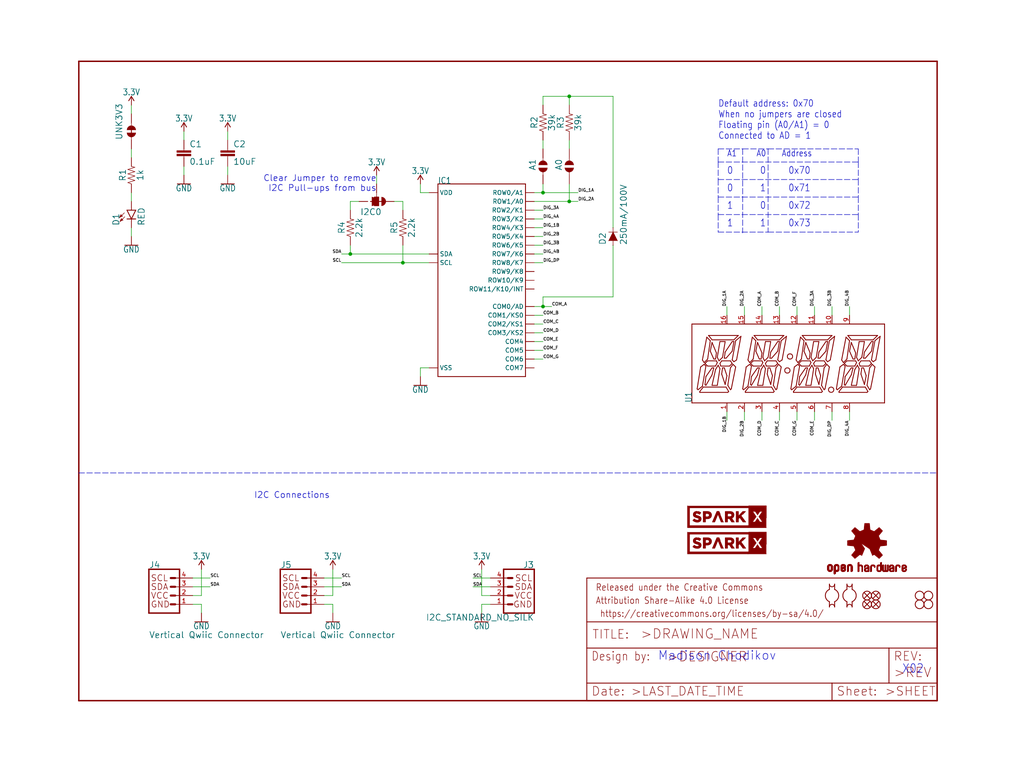
<source format=kicad_sch>
(kicad_sch (version 20211123) (generator eeschema)
  (paper "User" 297.002 223.926)
  (lib_symbols
    (symbol "eagleSchem-eagle-import:0.1UF-0603-25V-5%"
      (property "Reference" "C" (at 1.524 2.921 0))
      (property "Value" "0.1UF-0603-25V-5%" (at 1.524 -2.159 0))
      (symbol "0.1UF-0603-25V-5%_1_0"
        (pin passive line (at 0 5.08 270) (length 2.54) (name "1") (number "1"))
        (pin passive line (at 0 -2.54 90) (length 2.54) (name "2") (number "2"))
      )
    )
    (symbol "eagleSchem-eagle-import:10UF-0603-6.3V-20%"
      (property "Reference" "C" (at 1.524 2.921 0))
      (property "Value" "10UF-0603-6.3V-20%" (at 1.524 -2.159 0))
      (symbol "10UF-0603-6.3V-20%_1_0"
        (pin passive line (at 0 5.08 270) (length 2.54) (name "1") (number "1"))
        (pin passive line (at 0 -2.54 90) (length 2.54) (name "2") (number "2"))
      )
    )
    (symbol "eagleSchem-eagle-import:1KOHM-0603-1{slash}10W-1%"
      (property "Reference" "R" (at 0 1.524 0))
      (property "Value" "1KOHM-0603-1{slash}10W-1%" (at 0 -1.524 0))
      (symbol "1KOHM-0603-1{slash}10W-1%_1_0"
        (pin passive line (at -5.08 0 0) (length 2.54) (name "1") (number "1"))
        (pin passive line (at 5.08 0 180) (length 2.54) (name "2") (number "2"))
      )
    )
    (symbol "eagleSchem-eagle-import:2.2KOHM-0603-1{slash}10W-1%"
      (property "Reference" "R" (at 0 1.524 0))
      (property "Value" "2.2KOHM-0603-1{slash}10W-1%" (at 0 -1.524 0))
      (symbol "2.2KOHM-0603-1{slash}10W-1%_1_0"
        (pin passive line (at -5.08 0 0) (length 2.54) (name "1") (number "1"))
        (pin passive line (at 5.08 0 180) (length 2.54) (name "2") (number "2"))
      )
    )
    (symbol "eagleSchem-eagle-import:3.3V" (power)
      (property "Value" "3.3V" (at 0 2.794 0))
      (symbol "3.3V_1_0"
        (pin power_in line (at 0 0 90) (length 2.54) (name "3.3V") (number "1"))
      )
    )
    (symbol "eagleSchem-eagle-import:39KOHM-0603-1{slash}10W-1%"
      (property "Reference" "R" (at 0 1.524 0))
      (property "Value" "39KOHM-0603-1{slash}10W-1%" (at 0 -1.524 0))
      (symbol "39KOHM-0603-1{slash}10W-1%_1_0"
        (pin passive line (at -5.08 0 0) (length 2.54) (name "1") (number "1"))
        (pin passive line (at 5.08 0 180) (length 2.54) (name "2") (number "2"))
      )
    )
    (symbol "eagleSchem-eagle-import:DIODE-BAS16J"
      (property "Reference" "D" (at -2.54 2.032 0))
      (property "Value" "DIODE-BAS16J" (at -2.54 -2.032 0))
      (symbol "DIODE-BAS16J_1_0"
        (pin passive line (at -2.54 0 0) (length 0) (name "A") (number "A"))
        (pin passive line (at 2.54 0 180) (length 0) (name "C") (number "C"))
      )
    )
    (symbol "eagleSchem-eagle-import:FIDUCIAL1X2")
    (symbol "eagleSchem-eagle-import:FRAME-LETTER"
      (symbol "FRAME-LETTER_2_0"
        (text " https://creativecommons.org/licenses/by-sa/4.0/" (at 2.54 24.13 0) (effects (font (size 1.9304 1.6408)) (justify left bottom)))
        (text ">DESIGNER" (at 23.114 11.176 0) (effects (font (size 2.7432 2.7432)) (justify left bottom)))
        (text ">DRAWING_NAME" (at 15.494 17.78 0) (effects (font (size 2.7432 2.7432)) (justify left bottom)))
        (text ">LAST_DATE_TIME" (at 12.7 1.27 0) (effects (font (size 2.54 2.54)) (justify left bottom)))
        (text ">REV" (at 88.9 6.604 0) (effects (font (size 2.7432 2.7432)) (justify left bottom)))
        (text ">SHEET" (at 86.36 1.27 0) (effects (font (size 2.54 2.54)) (justify left bottom)))
        (text "Attribution Share-Alike 4.0 License" (at 2.54 27.94 0) (effects (font (size 1.9304 1.6408)) (justify left bottom)))
        (text "Date:" (at 1.27 1.27 0) (effects (font (size 2.54 2.54)) (justify left bottom)))
        (text "Design by:" (at 1.27 11.43 0) (effects (font (size 2.54 2.159)) (justify left bottom)))
        (text "Released under the Creative Commons" (at 2.54 31.75 0) (effects (font (size 1.9304 1.6408)) (justify left bottom)))
        (text "REV:" (at 88.9 11.43 0) (effects (font (size 2.54 2.54)) (justify left bottom)))
        (text "Sheet:" (at 72.39 1.27 0) (effects (font (size 2.54 2.54)) (justify left bottom)))
        (text "TITLE:" (at 1.524 17.78 0) (effects (font (size 2.54 2.54)) (justify left bottom)))
      )
    )
    (symbol "eagleSchem-eagle-import:GND" (power)
      (property "Value" "GND" (at 0 -0.254 0))
      (symbol "GND_1_0"
        (pin power_in line (at 0 2.54 270) (length 2.54) (name "GND") (number "1"))
      )
    )
    (symbol "eagleSchem-eagle-import:HT16K33"
      (property "Reference" "IC" (at -12.7 27.94 0))
      (property "Value" "HT16K33" (at -12.7 -30.48 0))
      (symbol "HT16K33_1_0"
        (pin bidirectional line (at -15.24 -25.4 0) (length 2.54) (name "VSS") (number "1"))
        (pin bidirectional line (at 15.24 -2.54 180) (length 2.54) (name "ROW11/K10/INT") (number "10"))
        (pin bidirectional line (at 15.24 0 180) (length 2.54) (name "ROW10/K9") (number "11"))
        (pin bidirectional line (at 15.24 2.54 180) (length 2.54) (name "ROW9/K8") (number "12"))
        (pin bidirectional line (at 15.24 5.08 180) (length 2.54) (name "ROW8/K7") (number "13"))
        (pin bidirectional line (at 15.24 7.62 180) (length 2.54) (name "ROW7/K6") (number "14"))
        (pin bidirectional line (at 15.24 10.16 180) (length 2.54) (name "ROW6/K5") (number "15"))
        (pin bidirectional line (at 15.24 12.7 180) (length 2.54) (name "ROW5/K4") (number "16"))
        (pin bidirectional line (at 15.24 15.24 180) (length 2.54) (name "ROW4/K3") (number "17"))
        (pin bidirectional line (at 15.24 17.78 180) (length 2.54) (name "ROW3/K2") (number "18"))
        (pin bidirectional line (at 15.24 20.32 180) (length 2.54) (name "ROW2/K1") (number "19"))
        (pin bidirectional line (at 15.24 -7.62 180) (length 2.54) (name "COM0/AD") (number "2"))
        (pin bidirectional line (at 15.24 22.86 180) (length 2.54) (name "ROW1/A0") (number "20"))
        (pin bidirectional line (at 15.24 25.4 180) (length 2.54) (name "ROW0/A1") (number "21"))
        (pin bidirectional line (at -15.24 5.08 0) (length 2.54) (name "SCL") (number "22"))
        (pin bidirectional line (at -15.24 7.62 0) (length 2.54) (name "SDA") (number "23"))
        (pin power_in line (at -15.24 25.4 0) (length 2.54) (name "VDD") (number "24"))
        (pin bidirectional line (at 15.24 -10.16 180) (length 2.54) (name "COM1/KS0") (number "3"))
        (pin bidirectional line (at 15.24 -12.7 180) (length 2.54) (name "COM2/KS1") (number "4"))
        (pin bidirectional line (at 15.24 -15.24 180) (length 2.54) (name "COM3/KS2") (number "5"))
        (pin bidirectional line (at 15.24 -17.78 180) (length 2.54) (name "COM4") (number "6"))
        (pin bidirectional line (at 15.24 -20.32 180) (length 2.54) (name "COM5") (number "7"))
        (pin bidirectional line (at 15.24 -22.86 180) (length 2.54) (name "COM6") (number "8"))
        (pin bidirectional line (at 15.24 -25.4 180) (length 2.54) (name "COM7") (number "9"))
      )
    )
    (symbol "eagleSchem-eagle-import:I2C_STANDARD_NO_SILK"
      (property "Reference" "J" (at -5.08 7.874 0))
      (property "Value" "I2C_STANDARD_NO_SILK" (at -5.08 -5.334 0))
      (symbol "I2C_STANDARD_NO_SILK_1_0"
        (text "GND" (at -4.572 -2.54 0) (effects (font (size 1.778 1.778)) (justify left)))
        (text "SCL" (at -4.572 5.08 0) (effects (font (size 1.778 1.778)) (justify left)))
        (text "SDA" (at -4.572 2.54 0) (effects (font (size 1.778 1.778)) (justify left)))
        (text "VCC" (at -4.572 0 0) (effects (font (size 1.778 1.778)) (justify left)))
        (pin power_in line (at 7.62 -2.54 180) (length 5.08) (name "1") (number "1"))
        (pin power_in line (at 7.62 0 180) (length 5.08) (name "2") (number "2"))
        (pin passive line (at 7.62 2.54 180) (length 5.08) (name "3") (number "3"))
        (pin passive line (at 7.62 5.08 180) (length 5.08) (name "4") (number "4"))
      )
    )
    (symbol "eagleSchem-eagle-import:JUMPER-SMT_2_NC_TRACE_SILK"
      (property "Reference" "JP" (at -2.54 2.54 0))
      (property "Value" "JUMPER-SMT_2_NC_TRACE_SILK" (at -2.54 -2.54 0))
      (symbol "JUMPER-SMT_2_NC_TRACE_SILK_1_0"
        (pin passive line (at -5.08 0 0) (length 2.54) (name "1") (number "1"))
        (pin passive line (at 5.08 0 180) (length 2.54) (name "2") (number "2"))
      )
    )
    (symbol "eagleSchem-eagle-import:JUMPER-SMT_2_NO_SILK"
      (property "Reference" "JP" (at -2.54 2.54 0))
      (property "Value" "JUMPER-SMT_2_NO_SILK" (at -2.54 -2.54 0))
      (symbol "JUMPER-SMT_2_NO_SILK_1_0"
        (pin passive line (at -5.08 0 0) (length 2.54) (name "1") (number "1"))
        (pin passive line (at 5.08 0 180) (length 2.54) (name "2") (number "2"))
      )
    )
    (symbol "eagleSchem-eagle-import:JUMPER-SMT_3_2-NC_TRACE_SILK"
      (property "Reference" "JP" (at 2.54 0.381 0))
      (property "Value" "JUMPER-SMT_3_2-NC_TRACE_SILK" (at 2.54 -0.381 0))
      (symbol "JUMPER-SMT_3_2-NC_TRACE_SILK_1_0"
        (pin passive line (at 0 5.08 270) (length 2.54) (name "1") (number "1"))
        (pin passive line (at -5.08 0 0) (length 2.54) (name "2") (number "2"))
        (pin passive line (at 0 -5.08 90) (length 2.54) (name "3") (number "3"))
      )
    )
    (symbol "eagleSchem-eagle-import:LED-RED0603"
      (property "Reference" "D" (at -3.429 -4.572 90))
      (property "Value" "LED-RED0603" (at 1.905 -4.572 90))
      (symbol "LED-RED0603_1_0"
        (pin passive line (at 0 2.54 270) (length 2.54) (name "A") (number "A"))
        (pin passive line (at 0 -5.08 90) (length 2.54) (name "C") (number "C"))
      )
    )
    (symbol "eagleSchem-eagle-import:MOUNTING_HOLE_M2-0.4X6")
    (symbol "eagleSchem-eagle-import:OSHW-LOGOMINI")
    (symbol "eagleSchem-eagle-import:QWIIC_CONNECTOR"
      (property "Reference" "J" (at -5.08 7.874 0))
      (property "Value" "QWIIC_CONNECTOR" (at -5.08 -5.334 0))
      (symbol "QWIIC_CONNECTOR_1_0"
        (text "GND" (at -4.572 -2.54 0) (effects (font (size 1.778 1.778)) (justify left)))
        (text "SCL" (at -4.572 5.08 0) (effects (font (size 1.778 1.778)) (justify left)))
        (text "SDA" (at -4.572 2.54 0) (effects (font (size 1.778 1.778)) (justify left)))
        (text "VCC" (at -4.572 0 0) (effects (font (size 1.778 1.778)) (justify left)))
        (pin power_in line (at 7.62 -2.54 180) (length 5.08) (name "1") (number "1"))
        (pin power_in line (at 7.62 0 180) (length 5.08) (name "2") (number "2"))
        (pin passive line (at 7.62 2.54 180) (length 5.08) (name "3") (number "3"))
        (pin passive line (at 7.62 5.08 180) (length 5.08) (name "4") (number "4"))
      )
    )
    (symbol "eagleSchem-eagle-import:SILSMART_DISPLAY"
      (property "Reference" "U" (at -27.94 -12.7 90))
      (property "Value" "SILSMART_DISPLAY" (at 30.48 -12.7 90))
      (symbol "SILSMART_DISPLAY_1_0"
        (pin bidirectional line (at -17.78 -15.24 90) (length 2.54) (name "DIG_1B") (number "1"))
        (pin bidirectional line (at 12.7 12.7 270) (length 2.54) (name "DIG_3B") (number "10"))
        (pin bidirectional line (at 7.62 12.7 270) (length 2.54) (name "DIG_3A") (number "11"))
        (pin bidirectional line (at 2.54 12.7 270) (length 2.54) (name "COM_F") (number "12"))
        (pin bidirectional line (at -2.54 12.7 270) (length 2.54) (name "COM_B") (number "13"))
        (pin bidirectional line (at -7.62 12.7 270) (length 2.54) (name "COM_A") (number "14"))
        (pin bidirectional line (at -12.7 12.7 270) (length 2.54) (name "DIG_2A") (number "15"))
        (pin bidirectional line (at -17.78 12.7 270) (length 2.54) (name "DIG_1A") (number "16"))
        (pin bidirectional line (at -12.7 -15.24 90) (length 2.54) (name "DIG_2B") (number "2"))
        (pin bidirectional line (at -7.62 -15.24 90) (length 2.54) (name "COM_D") (number "3"))
        (pin bidirectional line (at -2.54 -15.24 90) (length 2.54) (name "COM_C") (number "4"))
        (pin bidirectional line (at 2.54 -15.24 90) (length 2.54) (name "COM_G1") (number "5"))
        (pin bidirectional line (at 7.62 -15.24 90) (length 2.54) (name "COM_E") (number "6"))
        (pin bidirectional line (at 12.7 -15.24 90) (length 2.54) (name "DIG_DP") (number "7"))
        (pin bidirectional line (at 17.78 -15.24 90) (length 2.54) (name "DIG_4A") (number "8"))
        (pin bidirectional line (at 17.78 12.7 270) (length 2.54) (name "DIG_4B") (number "9"))
      )
    )
    (symbol "eagleSchem-eagle-import:SPARKX-LOGO4")
    (symbol "eagleSchem-eagle-import:STAND-OFF")
  )
  (junction (at 157.48 88.9))
  (junction (at 165.1 27.94))
  (junction (at 165.1 58.42))
  (junction (at 157.48 55.88))
  (junction (at 101.6 73.66))
  (junction (at 116.84 76.2))
  (polyline (pts (xy 208.28 52.07) (xy 248.92 52.07)))
  (wire (pts (xy 93.98 167.64) (xy 99.06 167.64)))
  (wire (pts (xy 154.94 76.2) (xy 157.48 76.2)))
  (wire (pts (xy 116.84 71.12) (xy 116.84 76.2)))
  (wire (pts (xy 246.38 119.38) (xy 246.38 121.92)))
  (wire (pts (xy 157.48 53.34) (xy 157.48 55.88)))
  (polyline (pts (xy 208.28 43.18) (xy 215.392 43.18)))
  (wire (pts (xy 142.24 175.26) (xy 139.7 175.26)))
  (wire (pts (xy 154.94 93.98) (xy 157.48 93.98)))
  (wire (pts (xy 154.94 91.44) (xy 157.48 91.44)))
  (wire (pts (xy 157.48 55.88) (xy 167.64 55.88)))
  (polyline (pts (xy 248.92 62.23) (xy 248.92 67.31)))
  (polyline (pts (xy 208.28 46.99) (xy 208.28 52.07)))
  (wire (pts (xy 165.1 58.42) (xy 165.1 53.34)))
  (polyline (pts (xy 248.92 57.15) (xy 248.92 62.23)))
  (wire (pts (xy 38.1 45.72) (xy 38.1 43.18)))
  (polyline (pts (xy 248.92 46.99) (xy 248.92 52.07)))
  (wire (pts (xy 157.48 88.9) (xy 157.48 86.106)))
  (wire (pts (xy 154.94 99.06) (xy 157.48 99.06)))
  (wire (pts (xy 246.38 91.44) (xy 246.38 88.9)))
  (polyline (pts (xy 208.28 62.23) (xy 208.28 67.31)))
  (wire (pts (xy 154.94 88.9) (xy 157.48 88.9)))
  (wire (pts (xy 154.94 60.96) (xy 157.48 60.96)))
  (wire (pts (xy 157.48 86.106) (xy 177.8 86.106)))
  (wire (pts (xy 101.6 71.12) (xy 101.6 73.66)))
  (wire (pts (xy 157.48 68.58) (xy 154.94 68.58)))
  (wire (pts (xy 55.88 175.26) (xy 58.42 175.26)))
  (wire (pts (xy 154.94 58.42) (xy 165.1 58.42)))
  (wire (pts (xy 231.14 119.38) (xy 231.14 121.92)))
  (polyline (pts (xy 208.28 67.31) (xy 222.758 67.31)))
  (wire (pts (xy 38.1 66.04) (xy 38.1 68.58)))
  (wire (pts (xy 177.8 86.106) (xy 177.8 71.12)))
  (wire (pts (xy 53.34 50.8) (xy 53.34 48.26)))
  (wire (pts (xy 165.1 27.94) (xy 165.1 30.48)))
  (wire (pts (xy 154.94 63.5) (xy 157.48 63.5)))
  (wire (pts (xy 121.92 55.88) (xy 124.46 55.88)))
  (polyline (pts (xy 208.28 46.99) (xy 248.92 46.99)))
  (wire (pts (xy 96.52 172.72) (xy 96.52 165.1)))
  (wire (pts (xy 157.48 88.9) (xy 160.02 88.9)))
  (wire (pts (xy 139.7 172.72) (xy 139.7 165.1)))
  (wire (pts (xy 154.94 96.52) (xy 157.48 96.52)))
  (wire (pts (xy 93.98 172.72) (xy 96.52 172.72)))
  (wire (pts (xy 142.24 170.18) (xy 137.16 170.18)))
  (wire (pts (xy 165.1 27.94) (xy 177.8 27.94)))
  (wire (pts (xy 38.1 55.88) (xy 38.1 58.42)))
  (wire (pts (xy 220.98 119.38) (xy 220.98 121.92)))
  (wire (pts (xy 236.22 91.44) (xy 236.22 88.9)))
  (wire (pts (xy 165.1 43.18) (xy 165.1 40.64)))
  (wire (pts (xy 139.7 175.26) (xy 139.7 177.8)))
  (polyline (pts (xy 208.28 57.15) (xy 208.28 62.23)))
  (wire (pts (xy 124.46 106.68) (xy 121.92 106.68)))
  (polyline (pts (xy 208.28 52.07) (xy 208.28 57.15)))
  (wire (pts (xy 93.98 175.26) (xy 96.52 175.26)))
  (wire (pts (xy 157.48 30.48) (xy 157.48 27.94)))
  (polyline (pts (xy 222.758 67.31) (xy 248.92 67.31)))
  (wire (pts (xy 215.9 91.44) (xy 215.9 88.9)))
  (polyline (pts (xy 222.758 43.18) (xy 248.92 43.18)))
  (wire (pts (xy 177.8 27.94) (xy 177.8 66.04)))
  (polyline (pts (xy 208.28 57.15) (xy 248.92 57.15)))
  (wire (pts (xy 154.94 101.6) (xy 157.48 101.6)))
  (wire (pts (xy 154.94 73.66) (xy 157.48 73.66)))
  (wire (pts (xy 55.88 170.18) (xy 60.96 170.18)))
  (wire (pts (xy 157.48 27.94) (xy 165.1 27.94)))
  (wire (pts (xy 116.84 76.2) (xy 99.06 76.2)))
  (polyline (pts (xy 248.92 43.18) (xy 248.92 46.99)))
  (wire (pts (xy 58.42 172.72) (xy 58.42 165.1)))
  (wire (pts (xy 226.06 119.38) (xy 226.06 121.92)))
  (wire (pts (xy 142.24 172.72) (xy 139.7 172.72)))
  (wire (pts (xy 231.14 91.44) (xy 231.14 88.9)))
  (polyline (pts (xy 22.86 137.16) (xy 271.78 137.16)))
  (wire (pts (xy 241.3 119.38) (xy 241.3 121.92)))
  (wire (pts (xy 210.82 119.38) (xy 210.82 121.92)))
  (wire (pts (xy 93.98 170.18) (xy 99.06 170.18)))
  (wire (pts (xy 124.46 73.66) (xy 101.6 73.66)))
  (wire (pts (xy 55.88 167.64) (xy 60.96 167.64)))
  (wire (pts (xy 154.94 71.12) (xy 157.48 71.12)))
  (wire (pts (xy 38.1 33.02) (xy 38.1 30.48)))
  (wire (pts (xy 121.92 53.34) (xy 121.92 55.88)))
  (wire (pts (xy 241.3 91.44) (xy 241.3 88.9)))
  (polyline (pts (xy 215.392 43.18) (xy 215.392 67.564)))
  (wire (pts (xy 101.6 60.96) (xy 101.6 58.42)))
  (wire (pts (xy 109.22 53.34) (xy 109.22 50.8)))
  (wire (pts (xy 101.6 58.42) (xy 104.14 58.42)))
  (polyline (pts (xy 208.28 43.18) (xy 208.28 46.99)))
  (wire (pts (xy 165.1 58.42) (xy 167.64 58.42)))
  (wire (pts (xy 210.82 91.44) (xy 210.82 88.9)))
  (wire (pts (xy 114.3 58.42) (xy 116.84 58.42)))
  (wire (pts (xy 226.06 91.44) (xy 226.06 88.9)))
  (polyline (pts (xy 208.28 62.23) (xy 248.92 62.23)))
  (wire (pts (xy 154.94 104.14) (xy 157.48 104.14)))
  (wire (pts (xy 121.92 106.68) (xy 121.92 109.22)))
  (wire (pts (xy 53.34 40.64) (xy 53.34 38.1)))
  (wire (pts (xy 154.94 55.88) (xy 157.48 55.88)))
  (wire (pts (xy 220.98 91.44) (xy 220.98 88.9)))
  (wire (pts (xy 154.94 66.04) (xy 157.48 66.04)))
  (wire (pts (xy 116.84 60.96) (xy 116.84 58.42)))
  (wire (pts (xy 142.24 167.64) (xy 137.16 167.64)))
  (wire (pts (xy 58.42 175.26) (xy 58.42 177.8)))
  (polyline (pts (xy 222.758 43.18) (xy 222.758 67.31)))
  (wire (pts (xy 58.42 172.72) (xy 55.88 172.72)))
  (wire (pts (xy 236.22 119.38) (xy 236.22 121.92)))
  (wire (pts (xy 124.46 76.2) (xy 116.84 76.2)))
  (wire (pts (xy 66.04 40.64) (xy 66.04 38.1)))
  (wire (pts (xy 157.48 43.18) (xy 157.48 40.64)))
  (polyline (pts (xy 215.392 43.18) (xy 222.758 43.18)))
  (wire (pts (xy 66.04 50.8) (xy 66.04 48.26)))
  (wire (pts (xy 101.6 73.66) (xy 99.06 73.66)))
  (polyline (pts (xy 248.92 52.07) (xy 248.92 57.15)))
  (wire (pts (xy 96.52 175.26) (xy 96.52 177.8)))
  (wire (pts (xy 215.9 119.38) (xy 215.9 121.92)))
  (text "1      0     0x72" (at 210.82 60.96 180) (effects (font (size 2.032 1.7272)) (justify left bottom)))
  (text "Default address: 0x70\nWhen no jumpers are closed\nFloating pin (A0/A1) = 0\nConnected to AD = 1" (at 208.28 40.64 180) (effects (font (size 1.9304 1.6408)) (justify left bottom)))
  (text "X02" (at 261.62 195.58 180) (effects (font (size 2.54 2.159)) (justify left bottom)))
  (text "I2C Connections" (at 73.66 144.78 180) (effects (font (size 1.778 1.778)) (justify left bottom)))
  (text "0      0     0x70" (at 210.82 50.8 180) (effects (font (size 2.032 1.7272)) (justify left bottom)))
  (text "Clear Jumper to remove\nI2C Pull-ups from bus" (at 109.22 50.8 180) (effects (font (size 1.778 1.778)) (justify right top)))
  (text "Madison Chodikov" (at 190.754 191.77 180) (effects (font (size 2.54 2.54)) (justify left bottom)))
  (text "0      1     0x71" (at 210.82 55.88 180) (effects (font (size 2.032 1.7272)) (justify left bottom)))
  (text "A1     A0    Address" (at 210.82 45.72 180) (effects (font (size 1.778 1.5113)) (justify left bottom)))
  (text "1      1     0x73" (at 210.82 66.04 180) (effects (font (size 2.032 1.7272)) (justify left bottom)))
  (label "DIG_3B" (at 241.3 88.9 90) (effects (font (size 0.889 0.889))))
  (label "COM_D" (at 157.48 96.52 0) (effects (font (size 0.889 0.889))))
  (label "COM_A" (at 220.98 88.9 90) (effects (font (size 0.889 0.889))))
  (label "COM_F" (at 157.48 101.6 0) (effects (font (size 0.889 0.889))))
  (label "SDA" (at 99.06 170.18 0) (effects (font (size 0.889 0.889))))
  (label "COM_C" (at 226.06 121.92 270) (effects (font (size 0.889 0.889))))
  (label "COM_B" (at 157.48 91.44 0) (effects (font (size 0.889 0.889))))
  (label "SDA" (at 60.96 170.18 0) (effects (font (size 0.889 0.889))))
  (label "COM_E" (at 236.22 121.92 270) (effects (font (size 0.889 0.889))))
  (label "COM_D" (at 220.98 121.92 270) (effects (font (size 0.889 0.889))))
  (label "DIG_3A" (at 157.48 60.96 0) (effects (font (size 0.889 0.889))))
  (label "DIG_DP" (at 157.48 76.2 0) (effects (font (size 0.889 0.889))))
  (label "DIG_4B" (at 246.38 88.9 90) (effects (font (size 0.889 0.889))))
  (label "DIG_4A" (at 246.38 121.92 270) (effects (font (size 0.889 0.889))))
  (label "DIG_2B" (at 215.9 121.92 270) (effects (font (size 0.889 0.889))))
  (label "DIG_2A" (at 215.9 88.9 90) (effects (font (size 0.889 0.889))))
  (label "COM_G" (at 157.48 104.14 0) (effects (font (size 0.889 0.889))))
  (label "SDA" (at 137.16 170.18 0) (effects (font (size 0.889 0.889))))
  (label "DIG_2B" (at 157.48 68.58 0) (effects (font (size 0.889 0.889))))
  (label "SCL" (at 60.96 167.64 0) (effects (font (size 0.889 0.889))))
  (label "COM_F" (at 231.14 88.9 90) (effects (font (size 0.889 0.889))))
  (label "DIG_1A" (at 167.64 55.88 0) (effects (font (size 0.889 0.889))))
  (label "DIG_1B" (at 157.48 66.04 0) (effects (font (size 0.889 0.889))))
  (label "DIG_4A" (at 157.48 63.5 0) (effects (font (size 0.889 0.889))))
  (label "COM_G" (at 231.14 121.92 270) (effects (font (size 0.889 0.889))))
  (label "SCL" (at 137.16 167.64 0) (effects (font (size 0.889 0.889))))
  (label "COM_A" (at 160.02 88.9 0) (effects (font (size 0.889 0.889))))
  (label "DIG_1B" (at 210.82 120.65 270) (effects (font (size 0.889 0.889))))
  (label "COM_B" (at 226.06 88.9 90) (effects (font (size 0.889 0.889))))
  (label "DIG_1A" (at 210.82 88.9 90) (effects (font (size 0.889 0.889))))
  (label "DIG_2A" (at 167.64 58.42 0) (effects (font (size 0.889 0.889))))
  (label "COM_C" (at 157.48 93.98 0) (effects (font (size 0.889 0.889))))
  (label "SCL" (at 99.06 167.64 0) (effects (font (size 0.889 0.889))))
  (label "DIG_3A" (at 236.22 88.9 90) (effects (font (size 0.889 0.889))))
  (label "COM_E" (at 157.48 99.06 0) (effects (font (size 0.889 0.889))))
  (label "SCL" (at 99.06 76.2 180) (effects (font (size 0.889 0.889))))
  (label "DIG_3B" (at 157.48 71.12 0) (effects (font (size 0.889 0.889))))
  (label "SDA" (at 99.06 73.66 180) (effects (font (size 0.889 0.889))))
  (label "DIG_DP" (at 241.3 121.92 270) (effects (font (size 0.889 0.889))))
  (label "DIG_4B" (at 157.48 73.66 0) (effects (font (size 0.889 0.889))))
  (symbol (lib_id "eagleSchem-eagle-import:3.3V") (at 38.1 30.48 0) (unit 1)
    (property "Reference" "#SUPPLY1" (effects hide))
    (property "Value" "3.3V" (at 38.1 27.686 0) (effects (font (size 1.778 1.5113)) (justify bottom)))
    (property "Footprint" "eagleSchem:" (effects hide))
  )
  (symbol (lib_id "eagleSchem-eagle-import:STAND-OFF") (at 266.7 175.26 0) (unit 1)
    (property "Reference" "H2" (effects hide))
    (property "Value" "STAND-OFF" (effects hide))
    (property "Footprint" "eagleSchem:STAND-OFF" (effects hide))
  )
  (symbol (lib_id "eagleSchem-eagle-import:SILSMART_DISPLAY") (at 228.6 104.14 0) (unit 1)
    (property "Reference" "U1" (at 200.66 116.84 90) (effects (font (size 1.778 1.5113)) (justify left bottom)))
    (property "Value" "SILSMART_DISPLAY" (at 259.08 116.84 90) (effects (font (size 1.778 1.5113)) (justify left bottom)))
    (property "Footprint" "eagleSchem:SILSMART_DISPLAY" (effects hide))
    (property "Value" "SILSMART_DISPLAY" (effects hide))
  )
  (symbol (lib_id "eagleSchem-eagle-import:39KOHM-0603-1{slash}10W-1%") (at 165.1 35.56 90) (unit 1)
    (property "Reference" "R3" (at 163.576 35.56 0) (effects (font (size 1.778 1.778)) (justify bottom)))
    (property "Value" "39k" (at 166.624 35.56 0) (effects (font (size 1.778 1.778)) (justify top)))
    (property "Footprint" "eagleSchem:0603" (effects hide))
  )
  (symbol (lib_id "eagleSchem-eagle-import:GND") (at 58.42 180.34 0) (unit 1)
    (property "Reference" "#GND7" (effects hide))
    (property "Value" "GND" (at 58.42 180.594 0) (effects (font (size 1.778 1.5113)) (justify top)))
    (property "Footprint" "eagleSchem:" (effects hide))
  )
  (symbol (lib_id "eagleSchem-eagle-import:FRAME-LETTER") (at 22.86 203.2 0) (unit 1)
    (property "Reference" "FRAME1" (effects hide))
    (property "Value" "FRAME-LETTER" (effects hide))
    (property "Footprint" "eagleSchem:CREATIVE_COMMONS" (effects hide))
  )
  (symbol (lib_id "eagleSchem-eagle-import:FIDUCIAL1X2") (at 251.46 175.26 0) (unit 1)
    (property "Reference" "FD4" (effects hide))
    (property "Value" "FIDUCIAL1X2" (effects hide))
    (property "Footprint" "eagleSchem:FIDUCIAL-1X2" (effects hide))
  )
  (symbol (lib_id "eagleSchem-eagle-import:3.3V") (at 109.22 50.8 0) (unit 1)
    (property "Reference" "#SUPPLY9" (effects hide))
    (property "Value" "3.3V" (at 109.22 48.006 0) (effects (font (size 1.778 1.5113)) (justify bottom)))
    (property "Footprint" "eagleSchem:" (effects hide))
  )
  (symbol (lib_id "eagleSchem-eagle-import:HT16K33") (at 139.7 81.28 0) (unit 1)
    (property "Reference" "IC1" (at 127 53.34 0) (effects (font (size 1.778 1.5113)) (justify left bottom)))
    (property "Value" "HT16K33" (at 127 111.76 0) (effects (font (size 1.778 1.5113)) (justify left bottom)))
    (property "Footprint" "eagleSchem:HT16K33" (effects hide))
    (property "Value" "HT16K33" (effects hide))
  )
  (symbol (lib_id "eagleSchem-eagle-import:GND") (at 38.1 71.12 0) (unit 1)
    (property "Reference" "#GND1" (effects hide))
    (property "Value" "GND" (at 38.1 71.374 0) (effects (font (size 1.778 1.5113)) (justify top)))
    (property "Footprint" "eagleSchem:" (effects hide))
  )
  (symbol (lib_id "eagleSchem-eagle-import:SPARKX-LOGO4") (at 210.82 149.86 0) (unit 1)
    (property "Reference" "U$8" (effects hide))
    (property "Value" "SPARKX-LOGO4" (effects hide))
    (property "Footprint" "eagleSchem:SPARKX-MEDIUM" (effects hide))
  )
  (symbol (lib_id "eagleSchem-eagle-import:3.3V") (at 66.04 38.1 0) (unit 1)
    (property "Reference" "#SUPPLY3" (effects hide))
    (property "Value" "3.3V" (at 66.04 35.306 0) (effects (font (size 1.778 1.5113)) (justify bottom)))
    (property "Footprint" "eagleSchem:" (effects hide))
  )
  (symbol (lib_id "eagleSchem-eagle-import:STAND-OFF") (at 266.7 172.72 0) (unit 1)
    (property "Reference" "H1" (effects hide))
    (property "Value" "STAND-OFF" (effects hide))
    (property "Footprint" "eagleSchem:STAND-OFF" (effects hide))
  )
  (symbol (lib_id "eagleSchem-eagle-import:SPARKX-LOGO4") (at 210.82 157.48 0) (unit 1)
    (property "Reference" "U$7" (effects hide))
    (property "Value" "SPARKX-LOGO4" (effects hide))
    (property "Footprint" "eagleSchem:SPARKX-MEDIUM" (effects hide))
  )
  (symbol (lib_id "eagleSchem-eagle-import:GND") (at 139.7 180.34 0) (mirror y) (unit 1)
    (property "Reference" "#GND4" (effects hide))
    (property "Value" "GND" (at 139.7 180.594 0) (effects (font (size 1.778 1.5113)) (justify top)))
    (property "Footprint" "eagleSchem:" (effects hide))
  )
  (symbol (lib_id "eagleSchem-eagle-import:1KOHM-0603-1{slash}10W-1%") (at 38.1 50.8 90) (unit 1)
    (property "Reference" "R1" (at 36.576 50.8 0) (effects (font (size 1.778 1.778)) (justify bottom)))
    (property "Value" "1k" (at 39.624 50.8 0) (effects (font (size 1.778 1.778)) (justify top)))
    (property "Footprint" "eagleSchem:0603" (effects hide))
  )
  (symbol (lib_id "eagleSchem-eagle-import:FIDUCIAL1X2") (at 254 172.72 0) (unit 1)
    (property "Reference" "FD2" (effects hide))
    (property "Value" "FIDUCIAL1X2" (effects hide))
    (property "Footprint" "eagleSchem:FIDUCIAL-1X2" (effects hide))
  )
  (symbol (lib_id "eagleSchem-eagle-import:STAND-OFF") (at 269.24 172.72 0) (unit 1)
    (property "Reference" "H3" (effects hide))
    (property "Value" "STAND-OFF" (effects hide))
    (property "Footprint" "eagleSchem:STAND-OFF" (effects hide))
  )
  (symbol (lib_id "eagleSchem-eagle-import:3.3V") (at 96.52 165.1 0) (unit 1)
    (property "Reference" "#SUPPLY8" (effects hide))
    (property "Value" "3.3V" (at 96.52 162.306 0) (effects (font (size 1.778 1.5113)) (justify bottom)))
    (property "Footprint" "eagleSchem:" (effects hide))
  )
  (symbol (lib_id "eagleSchem-eagle-import:MOUNTING_HOLE_M2-0.4X6") (at 246.38 172.72 0) (unit 1)
    (property "Reference" "U$18" (effects hide))
    (property "Value" "MOUNTING_HOLE_M2-0.4X6" (effects hide))
    (property "Footprint" "eagleSchem:MOUNTING_HOLE_M2-0.4X6" (effects hide))
  )
  (symbol (lib_id "eagleSchem-eagle-import:0.1UF-0603-25V-5%") (at 53.34 45.72 0) (unit 1)
    (property "Reference" "C1" (at 54.864 42.799 0) (effects (font (size 1.778 1.778)) (justify left bottom)))
    (property "Value" "0.1uF" (at 54.864 47.879 0) (effects (font (size 1.778 1.778)) (justify left bottom)))
    (property "Footprint" "eagleSchem:0603" (effects hide))
  )
  (symbol (lib_id "eagleSchem-eagle-import:MOUNTING_HOLE_M2-0.4X6") (at 241.3 172.72 0) (unit 1)
    (property "Reference" "U$19" (effects hide))
    (property "Value" "MOUNTING_HOLE_M2-0.4X6" (effects hide))
    (property "Footprint" "eagleSchem:MOUNTING_HOLE_M2-0.4X6" (effects hide))
  )
  (symbol (lib_id "eagleSchem-eagle-import:3.3V") (at 139.7 165.1 0) (mirror y) (unit 1)
    (property "Reference" "#SUPPLY4" (effects hide))
    (property "Value" "3.3V" (at 139.7 162.306 0) (effects (font (size 1.778 1.5113)) (justify bottom)))
    (property "Footprint" "eagleSchem:" (effects hide))
  )
  (symbol (lib_id "eagleSchem-eagle-import:3.3V") (at 53.34 38.1 0) (unit 1)
    (property "Reference" "#SUPPLY2" (effects hide))
    (property "Value" "3.3V" (at 53.34 35.306 0) (effects (font (size 1.778 1.5113)) (justify bottom)))
    (property "Footprint" "eagleSchem:" (effects hide))
  )
  (symbol (lib_id "eagleSchem-eagle-import:2.2KOHM-0603-1{slash}10W-1%") (at 101.6 66.04 90) (unit 1)
    (property "Reference" "R4" (at 100.076 66.04 0) (effects (font (size 1.778 1.778)) (justify bottom)))
    (property "Value" "2.2k" (at 103.124 66.04 0) (effects (font (size 1.778 1.778)) (justify top)))
    (property "Footprint" "eagleSchem:0603" (effects hide))
  )
  (symbol (lib_id "eagleSchem-eagle-import:3.3V") (at 121.92 53.34 0) (unit 1)
    (property "Reference" "#SUPPLY6" (effects hide))
    (property "Value" "3.3V" (at 121.92 50.546 0) (effects (font (size 1.778 1.5113)) (justify bottom)))
    (property "Footprint" "eagleSchem:" (effects hide))
  )
  (symbol (lib_id "eagleSchem-eagle-import:FIDUCIAL1X2") (at 251.46 172.72 0) (unit 1)
    (property "Reference" "FD1" (effects hide))
    (property "Value" "FIDUCIAL1X2" (effects hide))
    (property "Footprint" "eagleSchem:FIDUCIAL-1X2" (effects hide))
  )
  (symbol (lib_id "eagleSchem-eagle-import:JUMPER-SMT_2_NO_SILK") (at 157.48 48.26 90) (unit 1)
    (property "Reference" "A1" (at 155.448 49.53 0) (effects (font (size 1.778 1.778)) (justify left bottom)))
    (property "Value" "JUMPER-SMT_2_NO_SILK" (effects hide))
    (property "Footprint" "eagleSchem:SMT-JUMPER_2_NO_SILK" (effects hide))
  )
  (symbol (lib_id "eagleSchem-eagle-import:GND") (at 121.92 111.76 0) (unit 1)
    (property "Reference" "#GND6" (effects hide))
    (property "Value" "GND" (at 121.92 112.014 0) (effects (font (size 1.778 1.5113)) (justify top)))
    (property "Footprint" "eagleSchem:" (effects hide))
  )
  (symbol (lib_id "eagleSchem-eagle-import:QWIIC_CONNECTOR") (at 86.36 172.72 0) (unit 1)
    (property "Reference" "J5" (at 81.28 164.846 0) (effects (font (size 1.778 1.778)) (justify left bottom)))
    (property "Value" "Vertical Qwiic Connector" (at 81.28 183.134 0) (effects (font (size 1.778 1.778)) (justify left top)))
    (property "Footprint" "eagleSchem:JST04_1MM_VERT" (effects hide))
  )
  (symbol (lib_id "eagleSchem-eagle-import:OSHW-LOGOMINI") (at 251.46 157.48 0) (unit 1)
    (property "Reference" "LOGO1" (effects hide))
    (property "Value" "OSHW-LOGOMINI" (effects hide))
    (property "Footprint" "eagleSchem:OSHW-LOGO-MINI" (effects hide))
  )
  (symbol (lib_id "eagleSchem-eagle-import:JUMPER-SMT_2_NC_TRACE_SILK") (at 38.1 38.1 90) (unit 1)
    (property "Reference" "UNK3V3" (at 35.56 40.64 0) (effects (font (size 1.778 1.778)) (justify left bottom)))
    (property "Value" "JUMPER-SMT_2_NC_TRACE_SILK" (effects hide))
    (property "Footprint" "eagleSchem:SMT-JUMPER_2_NC_TRACE_SILK" (effects hide))
  )
  (symbol (lib_id "eagleSchem-eagle-import:DIODE-BAS16J") (at 177.8 68.58 90) (unit 1)
    (property "Reference" "D2" (at 175.768 71.12 0) (effects (font (size 1.778 1.778)) (justify left bottom)))
    (property "Value" "250mA/100V" (at 179.832 71.12 0) (effects (font (size 1.778 1.778)) (justify left top)))
    (property "Footprint" "eagleSchem:SOD-323" (effects hide))
  )
  (symbol (lib_id "eagleSchem-eagle-import:GND") (at 53.34 53.34 0) (unit 1)
    (property "Reference" "#GND2" (effects hide))
    (property "Value" "GND" (at 53.34 53.594 0) (effects (font (size 1.778 1.5113)) (justify top)))
    (property "Footprint" "eagleSchem:" (effects hide))
  )
  (symbol (lib_id "eagleSchem-eagle-import:FIDUCIAL1X2") (at 254 175.26 0) (unit 1)
    (property "Reference" "FD3" (effects hide))
    (property "Value" "FIDUCIAL1X2" (effects hide))
    (property "Footprint" "eagleSchem:FIDUCIAL-1X2" (effects hide))
  )
  (symbol (lib_id "eagleSchem-eagle-import:JUMPER-SMT_2_NO_SILK") (at 165.1 48.26 90) (unit 1)
    (property "Reference" "A0" (at 163.068 49.53 0) (effects (font (size 1.778 1.778)) (justify left bottom)))
    (property "Value" "JUMPER-SMT_2_NO_SILK" (effects hide))
    (property "Footprint" "eagleSchem:SMT-JUMPER_2_NO_SILK" (effects hide))
  )
  (symbol (lib_id "eagleSchem-eagle-import:3.3V") (at 58.42 165.1 0) (unit 1)
    (property "Reference" "#SUPPLY7" (effects hide))
    (property "Value" "3.3V" (at 58.42 162.306 0) (effects (font (size 1.778 1.5113)) (justify bottom)))
    (property "Footprint" "eagleSchem:" (effects hide))
  )
  (symbol (lib_id "eagleSchem-eagle-import:LED-RED0603") (at 38.1 60.96 0) (unit 1)
    (property "Reference" "D1" (at 34.671 65.532 90) (effects (font (size 1.778 1.778)) (justify left bottom)))
    (property "Value" "RED" (at 40.005 65.532 90) (effects (font (size 1.778 1.778)) (justify left top)))
    (property "Footprint" "eagleSchem:LED-0603" (effects hide))
  )
  (symbol (lib_id "eagleSchem-eagle-import:QWIIC_CONNECTOR") (at 48.26 172.72 0) (unit 1)
    (property "Reference" "J4" (at 43.18 164.846 0) (effects (font (size 1.778 1.778)) (justify left bottom)))
    (property "Value" "Vertical Qwiic Connector" (at 43.18 183.134 0) (effects (font (size 1.778 1.778)) (justify left top)))
    (property "Footprint" "eagleSchem:JST04_1MM_VERT" (effects hide))
  )
  (symbol (lib_id "eagleSchem-eagle-import:STAND-OFF") (at 269.24 175.26 0) (unit 1)
    (property "Reference" "H4" (effects hide))
    (property "Value" "STAND-OFF" (effects hide))
    (property "Footprint" "eagleSchem:STAND-OFF" (effects hide))
  )
  (symbol (lib_id "eagleSchem-eagle-import:JUMPER-SMT_3_2-NC_TRACE_SILK") (at 109.22 58.42 270) (unit 1)
    (property "Reference" "I2C0" (at 110.744 60.452 90) (effects (font (size 1.778 1.778)) (justify right top)))
    (property "Value" "JUMPER-SMT_3_2-NC_TRACE_SILK" (effects hide))
    (property "Footprint" "eagleSchem:SMT-JUMPER_3_2-NC_TRACE_SILK" (effects hide))
  )
  (symbol (lib_id "eagleSchem-eagle-import:39KOHM-0603-1{slash}10W-1%") (at 157.48 35.56 90) (unit 1)
    (property "Reference" "R2" (at 155.956 35.56 0) (effects (font (size 1.778 1.778)) (justify bottom)))
    (property "Value" "39k" (at 159.004 35.56 0) (effects (font (size 1.778 1.778)) (justify top)))
    (property "Footprint" "eagleSchem:0603" (effects hide))
  )
  (symbol (lib_id "eagleSchem-eagle-import:FRAME-LETTER") (at 170.18 203.2 0) (unit 2)
    (property "Reference" "FRAME1" (effects hide))
    (property "Value" "FRAME-LETTER" (effects hide))
    (property "Footprint" "eagleSchem:CREATIVE_COMMONS" (effects hide))
  )
  (symbol (lib_id "eagleSchem-eagle-import:GND") (at 66.04 53.34 0) (unit 1)
    (property "Reference" "#GND3" (effects hide))
    (property "Value" "GND" (at 66.04 53.594 0) (effects (font (size 1.778 1.5113)) (justify top)))
    (property "Footprint" "eagleSchem:" (effects hide))
  )
  (symbol (lib_id "eagleSchem-eagle-import:2.2KOHM-0603-1{slash}10W-1%") (at 116.84 66.04 90) (unit 1)
    (property "Reference" "R5" (at 115.316 66.04 0) (effects (font (size 1.778 1.778)) (justify bottom)))
    (property "Value" "2.2k" (at 118.364 66.04 0) (effects (font (size 1.778 1.778)) (justify top)))
    (property "Footprint" "eagleSchem:0603" (effects hide))
  )
  (symbol (lib_id "eagleSchem-eagle-import:GND") (at 96.52 180.34 0) (unit 1)
    (property "Reference" "#GND8" (effects hide))
    (property "Value" "GND" (at 96.52 180.594 0) (effects (font (size 1.778 1.5113)) (justify top)))
    (property "Footprint" "eagleSchem:" (effects hide))
  )
  (symbol (lib_id "eagleSchem-eagle-import:10UF-0603-6.3V-20%") (at 66.04 45.72 0) (unit 1)
    (property "Reference" "C2" (at 67.564 42.799 0) (effects (font (size 1.778 1.778)) (justify left bottom)))
    (property "Value" "10uF" (at 67.564 47.879 0) (effects (font (size 1.778 1.778)) (justify left bottom)))
    (property "Footprint" "eagleSchem:0603" (effects hide))
  )
  (symbol (lib_id "eagleSchem-eagle-import:I2C_STANDARD_NO_SILK") (at 149.86 172.72 0) (mirror y) (unit 1)
    (property "Reference" "J3" (at 154.94 164.846 0) (effects (font (size 1.778 1.778)) (justify left bottom)))
    (property "Value" "I2C_STANDARD_NO_SILK" (at 154.94 178.054 0) (effects (font (size 1.778 1.778)) (justify left top)))
    (property "Footprint" "eagleSchem:1X04_NO_SILK" (effects hide))
  )
)
</source>
